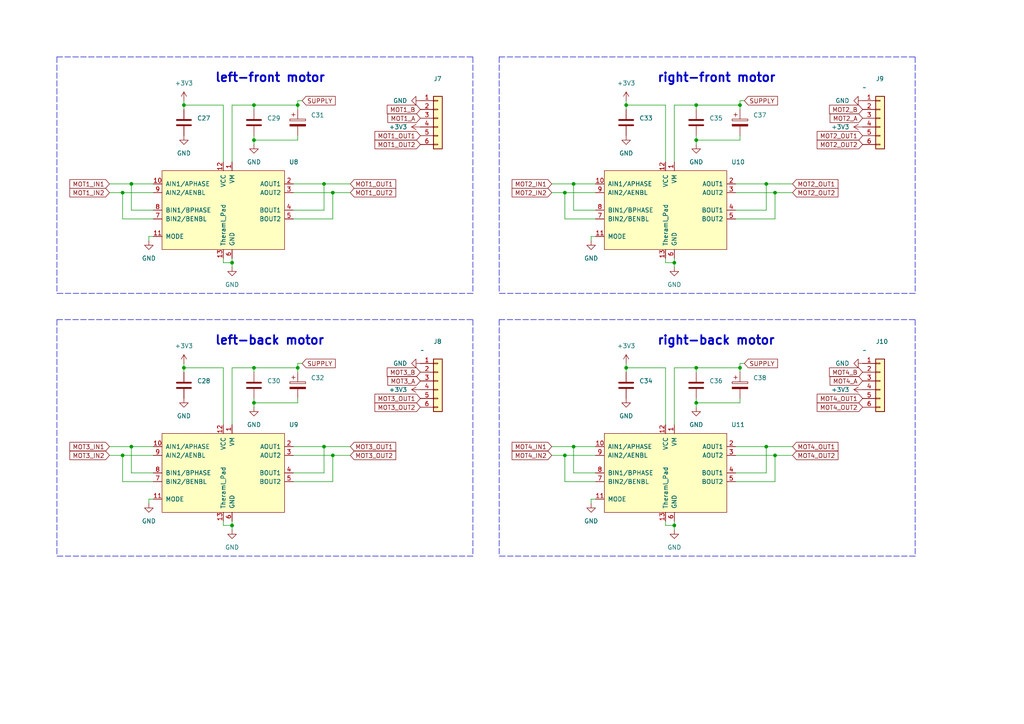
<source format=kicad_sch>
(kicad_sch (version 20211123) (generator eeschema)
  (paper "A4")
  (lib_symbols
    (symbol "Connector_Generic:Conn_01x06" (pin_names (offset 1.016) hide)
      (property "Reference" "J" (at 0 7.62 0))
      (property "Value" "Conn_01x06" (at 0 -10.16 0))
      (symbol "Conn_01x06_1_1"
        (rectangle (start -1.27 -7.493) (end 0 -7.747) (stroke (width 0.1524)))
        (rectangle (start -1.27 -4.953) (end 0 -5.207) (stroke (width 0.1524)))
        (rectangle (start -1.27 -2.413) (end 0 -2.667) (stroke (width 0.1524)))
        (rectangle (start -1.27 0.127) (end 0 -0.127) (stroke (width 0.1524)))
        (rectangle (start -1.27 2.667) (end 0 2.413) (stroke (width 0.1524)))
        (rectangle (start -1.27 5.207) (end 0 4.953) (stroke (width 0.1524)))
        (rectangle (start -1.27 6.35) (end 1.27 -8.89) (stroke (width 0.254)) (fill (type background)))
        (pin passive line (at -5.08 5.08 0) (length 3.81) (name "Pin_1") (number "1"))
        (pin passive line (at -5.08 2.54 0) (length 3.81) (name "Pin_2") (number "2"))
        (pin passive line (at -5.08 0 0) (length 3.81) (name "Pin_3") (number "3"))
        (pin passive line (at -5.08 -2.54 0) (length 3.81) (name "Pin_4") (number "4"))
        (pin passive line (at -5.08 -5.08 0) (length 3.81) (name "Pin_5") (number "5"))
        (pin passive line (at -5.08 -7.62 0) (length 3.81) (name "Pin_6") (number "6"))
      )
    )
    (symbol "Device:C" (pin_numbers hide) (pin_names (offset 0.254))
      (property "Reference" "C" (at 0.635 2.54 0))
      (property "Value" "C" (at 0.635 -2.54 0))
      (symbol "C_0_1"
        (polyline (pts (xy -2.032 -0.762) (xy 2.032 -0.762)) (stroke (width 0.508)))
        (polyline (pts (xy -2.032 0.762) (xy 2.032 0.762)) (stroke (width 0.508)))
      )
      (symbol "C_1_1"
        (pin passive line (at 0 3.81 270) (length 2.794) (name "~") (number "1"))
        (pin passive line (at 0 -3.81 90) (length 2.794) (name "~") (number "2"))
      )
    )
    (symbol "Device:C_Polarized" (pin_numbers hide) (pin_names (offset 0.254))
      (property "Reference" "C" (at 0.635 2.54 0))
      (property "Value" "C_Polarized" (at 0.635 -2.54 0))
      (symbol "C_Polarized_0_1"
        (rectangle (start -2.286 0.508) (end 2.286 1.016))
        (polyline (pts (xy -1.778 2.286) (xy -0.762 2.286)))
        (polyline (pts (xy -1.27 2.794) (xy -1.27 1.778)))
        (rectangle (start 2.286 -0.508) (end -2.286 -1.016) (fill (type outline)))
      )
      (symbol "C_Polarized_1_1"
        (pin passive line (at 0 3.81 270) (length 2.794) (name "~") (number "1"))
        (pin passive line (at 0 -3.81 90) (length 2.794) (name "~") (number "2"))
      )
    )
    (symbol "Sneak100:DRV8835" (pin_names (offset 1.016))
      (property "Reference" "U" (at 12.7 13.97 0))
      (property "Value" "DRV8835" (at 12.7 11.43 0))
      (symbol "DRV8835_1_1"
        (rectangle (start -19.05 8.89) (end 16.51 -13.97) (fill (type background)))
        (pin passive line (at 1.27 11.43 270) (length 2.54) (name "VM") (number "1"))
        (pin input line (at -21.59 5.08 0) (length 2.54) (name "AIN1/APHASE") (number "10"))
        (pin input line (at -21.59 -10.16 0) (length 2.54) (name "MODE") (number "11"))
        (pin passive line (at -1.27 11.43 270) (length 2.54) (name "VCC") (number "12"))
        (pin passive line (at -1.27 -16.51 90) (length 2.54) (name "Theraml_Pad") (number "13"))
        (pin output line (at 19.05 5.08 180) (length 2.54) (name "AOUT1") (number "2"))
        (pin output line (at 19.05 2.54 180) (length 2.54) (name "AOUT2") (number "3"))
        (pin output line (at 19.05 -2.54 180) (length 2.54) (name "BOUT1") (number "4"))
        (pin output line (at 19.05 -5.08 180) (length 2.54) (name "BOUT2") (number "5"))
        (pin passive line (at 1.27 -16.51 90) (length 2.54) (name "GND") (number "6"))
        (pin input line (at -21.59 -5.08 0) (length 2.54) (name "BIN2/BENBL") (number "7"))
        (pin input line (at -21.59 -2.54 0) (length 2.54) (name "BIN1/BPHASE") (number "8"))
        (pin input line (at -21.59 2.54 0) (length 2.54) (name "AIN2/AENBL") (number "9"))
      )
    )
    (symbol "power:+3.3V" (power) (pin_names (offset 0))
      (property "Value" "+3.3V" (at 0 3.556 0))
      (symbol "+3.3V_0_1"
        (polyline (pts (xy -0.762 1.27) (xy 0 2.54)))
        (polyline (pts (xy 0 0) (xy 0 2.54)))
        (polyline (pts (xy 0 2.54) (xy 0.762 1.27)))
      )
      (symbol "+3.3V_1_1"
        (pin power_in line (at 0 0 90) (length 0) hide (name "+3V3") (number "1"))
      )
    )
    (symbol "power:GND" (power) (pin_names (offset 0))
      (property "Value" "GND" (at 0 -3.81 0))
      (symbol "GND_0_1"
        (polyline (pts (xy 0 0) (xy 0 -1.27) (xy 1.27 -1.27) (xy 0 -2.54) (xy -1.27 -1.27) (xy 0 -1.27)))
      )
      (symbol "GND_1_1"
        (pin power_in line (at 0 0 270) (length 0) hide (name "GND") (number "1"))
      )
    )
  )
  (junction (at 195.58 76.2))
  (junction (at 93.98 129.54))
  (junction (at 96.52 55.88))
  (junction (at 214.63 30.48))
  (junction (at 214.63 106.68))
  (junction (at 35.56 55.88))
  (junction (at 163.83 132.08))
  (junction (at 86.36 30.48))
  (junction (at 67.31 76.2))
  (junction (at 38.1 129.54))
  (junction (at 195.58 152.4))
  (junction (at 201.93 116.84))
  (junction (at 201.93 40.64))
  (junction (at 96.52 132.08))
  (junction (at 73.66 40.64))
  (junction (at 53.34 106.68))
  (junction (at 86.36 106.68))
  (junction (at 201.93 30.48))
  (junction (at 53.34 30.48))
  (junction (at 73.66 116.84))
  (junction (at 222.25 129.54))
  (junction (at 38.1 53.34))
  (junction (at 224.79 55.88))
  (junction (at 181.61 106.68))
  (junction (at 166.37 53.34))
  (junction (at 201.93 106.68))
  (junction (at 222.25 53.34))
  (junction (at 166.37 129.54))
  (junction (at 73.66 106.68))
  (junction (at 73.66 30.48))
  (junction (at 224.79 132.08))
  (junction (at 181.61 30.48))
  (junction (at 163.83 55.88))
  (junction (at 93.98 53.34))
  (junction (at 35.56 132.08))
  (junction (at 67.31 152.4))
  (wire (pts (xy 214.63 31.75) (xy 214.63 30.48)))
  (wire (pts (xy 67.31 152.4) (xy 67.31 153.67)))
  (wire (pts (xy 85.09 55.88) (xy 96.52 55.88)))
  (wire (pts (xy 193.04 152.4) (xy 195.58 152.4)))
  (wire (pts (xy 96.52 63.5) (xy 96.52 55.88)))
  (wire (pts (xy 222.25 129.54) (xy 229.87 129.54)))
  (wire (pts (xy 73.66 39.37) (xy 73.66 40.64)))
  (wire (pts (xy 85.09 132.08) (xy 96.52 132.08)))
  (wire (pts (xy 181.61 30.48) (xy 181.61 31.75)))
  (wire (pts (xy 93.98 53.34) (xy 85.09 53.34)))
  (wire (pts (xy 160.02 55.88) (xy 163.83 55.88)))
  (wire (pts (xy 96.52 55.88) (xy 101.6 55.88)))
  (wire (pts (xy 201.93 106.68) (xy 195.58 106.68)))
  (wire (pts (xy 64.77 76.2) (xy 67.31 76.2)))
  (wire (pts (xy 64.77 106.68) (xy 53.34 106.68)))
  (wire (pts (xy 73.66 116.84) (xy 73.66 118.11)))
  (wire (pts (xy 38.1 60.96) (xy 38.1 53.34)))
  (wire (pts (xy 73.66 106.68) (xy 67.31 106.68)))
  (wire (pts (xy 73.66 106.68) (xy 73.66 107.95)))
  (wire (pts (xy 31.75 55.88) (xy 35.56 55.88)))
  (wire (pts (xy 64.77 74.93) (xy 64.77 76.2)))
  (wire (pts (xy 214.63 107.95) (xy 214.63 106.68)))
  (wire (pts (xy 213.36 137.16) (xy 222.25 137.16)))
  (wire (pts (xy 43.18 144.78) (xy 44.45 144.78)))
  (wire (pts (xy 181.61 105.41) (xy 181.61 106.68)))
  (wire (pts (xy 195.58 74.93) (xy 195.58 76.2)))
  (wire (pts (xy 214.63 105.41) (xy 214.63 106.68)))
  (wire (pts (xy 43.18 146.05) (xy 43.18 144.78)))
  (wire (pts (xy 93.98 60.96) (xy 93.98 53.34)))
  (polyline (pts (xy 265.43 161.29) (xy 144.78 161.29)))
  (wire (pts (xy 195.58 151.13) (xy 195.58 152.4)))
  (wire (pts (xy 73.66 30.48) (xy 73.66 31.75)))
  (wire (pts (xy 67.31 151.13) (xy 67.31 152.4)))
  (wire (pts (xy 35.56 55.88) (xy 44.45 55.88)))
  (wire (pts (xy 67.31 74.93) (xy 67.31 76.2)))
  (wire (pts (xy 73.66 115.57) (xy 73.66 116.84)))
  (wire (pts (xy 171.45 146.05) (xy 171.45 144.78)))
  (wire (pts (xy 214.63 29.21) (xy 214.63 30.48)))
  (wire (pts (xy 201.93 30.48) (xy 201.93 31.75)))
  (wire (pts (xy 193.04 106.68) (xy 181.61 106.68)))
  (polyline (pts (xy 137.16 161.29) (xy 16.51 161.29)))
  (wire (pts (xy 195.58 152.4) (xy 195.58 153.67)))
  (polyline (pts (xy 144.78 16.51) (xy 144.78 85.09)))
  (wire (pts (xy 222.25 53.34) (xy 213.36 53.34)))
  (polyline (pts (xy 144.78 92.71) (xy 265.43 92.71)))
  (wire (pts (xy 172.72 137.16) (xy 166.37 137.16)))
  (wire (pts (xy 64.77 151.13) (xy 64.77 152.4)))
  (wire (pts (xy 67.31 106.68) (xy 67.31 123.19)))
  (wire (pts (xy 85.09 137.16) (xy 93.98 137.16)))
  (wire (pts (xy 193.04 30.48) (xy 181.61 30.48)))
  (wire (pts (xy 172.72 60.96) (xy 166.37 60.96)))
  (wire (pts (xy 195.58 30.48) (xy 195.58 46.99)))
  (polyline (pts (xy 144.78 92.71) (xy 144.78 161.29)))
  (wire (pts (xy 171.45 69.85) (xy 171.45 68.58)))
  (wire (pts (xy 93.98 53.34) (xy 101.6 53.34)))
  (polyline (pts (xy 16.51 16.51) (xy 16.51 85.09)))
  (wire (pts (xy 222.25 137.16) (xy 222.25 129.54)))
  (polyline (pts (xy 16.51 92.71) (xy 16.51 161.29)))
  (wire (pts (xy 224.79 132.08) (xy 229.87 132.08)))
  (polyline (pts (xy 265.43 16.51) (xy 265.43 85.09)))
  (wire (pts (xy 93.98 137.16) (xy 93.98 129.54)))
  (polyline (pts (xy 16.51 92.71) (xy 137.16 92.71)))
  (wire (pts (xy 160.02 129.54) (xy 166.37 129.54)))
  (wire (pts (xy 160.02 132.08) (xy 163.83 132.08)))
  (wire (pts (xy 85.09 63.5) (xy 96.52 63.5)))
  (wire (pts (xy 224.79 55.88) (xy 229.87 55.88)))
  (wire (pts (xy 93.98 129.54) (xy 101.6 129.54)))
  (wire (pts (xy 67.31 30.48) (xy 67.31 46.99)))
  (wire (pts (xy 31.75 129.54) (xy 38.1 129.54)))
  (wire (pts (xy 166.37 53.34) (xy 172.72 53.34)))
  (wire (pts (xy 193.04 76.2) (xy 195.58 76.2)))
  (wire (pts (xy 213.36 60.96) (xy 222.25 60.96)))
  (wire (pts (xy 86.36 105.41) (xy 87.63 105.41)))
  (wire (pts (xy 166.37 129.54) (xy 172.72 129.54)))
  (wire (pts (xy 214.63 40.64) (xy 201.93 40.64)))
  (wire (pts (xy 96.52 132.08) (xy 101.6 132.08)))
  (wire (pts (xy 31.75 53.34) (xy 38.1 53.34)))
  (wire (pts (xy 53.34 105.41) (xy 53.34 106.68)))
  (wire (pts (xy 222.25 129.54) (xy 213.36 129.54)))
  (wire (pts (xy 193.04 74.93) (xy 193.04 76.2)))
  (wire (pts (xy 31.75 132.08) (xy 35.56 132.08)))
  (wire (pts (xy 222.25 53.34) (xy 229.87 53.34)))
  (wire (pts (xy 85.09 60.96) (xy 93.98 60.96)))
  (wire (pts (xy 53.34 30.48) (xy 53.34 31.75)))
  (wire (pts (xy 163.83 63.5) (xy 163.83 55.88)))
  (polyline (pts (xy 137.16 92.71) (xy 137.16 161.29)))
  (wire (pts (xy 193.04 30.48) (xy 193.04 46.99)))
  (wire (pts (xy 44.45 139.7) (xy 35.56 139.7)))
  (polyline (pts (xy 265.43 92.71) (xy 265.43 161.29)))
  (wire (pts (xy 160.02 53.34) (xy 166.37 53.34)))
  (wire (pts (xy 53.34 106.68) (xy 53.34 107.95)))
  (wire (pts (xy 224.79 139.7) (xy 224.79 132.08)))
  (wire (pts (xy 214.63 105.41) (xy 215.9 105.41)))
  (wire (pts (xy 73.66 30.48) (xy 67.31 30.48)))
  (wire (pts (xy 86.36 105.41) (xy 86.36 106.68)))
  (wire (pts (xy 38.1 53.34) (xy 44.45 53.34)))
  (wire (pts (xy 86.36 106.68) (xy 73.66 106.68)))
  (wire (pts (xy 201.93 116.84) (xy 201.93 118.11)))
  (wire (pts (xy 214.63 116.84) (xy 201.93 116.84)))
  (polyline (pts (xy 137.16 85.09) (xy 16.51 85.09)))
  (wire (pts (xy 201.93 40.64) (xy 201.93 41.91)))
  (wire (pts (xy 67.31 76.2) (xy 67.31 77.47)))
  (wire (pts (xy 38.1 129.54) (xy 44.45 129.54)))
  (wire (pts (xy 195.58 76.2) (xy 195.58 77.47)))
  (wire (pts (xy 86.36 40.64) (xy 73.66 40.64)))
  (wire (pts (xy 35.56 63.5) (xy 35.56 55.88)))
  (wire (pts (xy 201.93 30.48) (xy 195.58 30.48)))
  (wire (pts (xy 171.45 144.78) (xy 172.72 144.78)))
  (wire (pts (xy 201.93 106.68) (xy 201.93 107.95)))
  (wire (pts (xy 35.56 139.7) (xy 35.56 132.08)))
  (wire (pts (xy 172.72 139.7) (xy 163.83 139.7)))
  (polyline (pts (xy 265.43 85.09) (xy 144.78 85.09)))
  (wire (pts (xy 44.45 60.96) (xy 38.1 60.96)))
  (wire (pts (xy 86.36 31.75) (xy 86.36 30.48)))
  (wire (pts (xy 214.63 30.48) (xy 201.93 30.48)))
  (wire (pts (xy 86.36 107.95) (xy 86.36 106.68)))
  (wire (pts (xy 43.18 69.85) (xy 43.18 68.58)))
  (wire (pts (xy 195.58 106.68) (xy 195.58 123.19)))
  (wire (pts (xy 64.77 30.48) (xy 53.34 30.48)))
  (wire (pts (xy 43.18 68.58) (xy 44.45 68.58)))
  (wire (pts (xy 214.63 115.57) (xy 214.63 116.84)))
  (polyline (pts (xy 137.16 16.51) (xy 137.16 85.09)))
  (wire (pts (xy 44.45 137.16) (xy 38.1 137.16)))
  (wire (pts (xy 193.04 151.13) (xy 193.04 152.4)))
  (wire (pts (xy 64.77 30.48) (xy 64.77 46.99)))
  (wire (pts (xy 35.56 132.08) (xy 44.45 132.08)))
  (wire (pts (xy 213.36 55.88) (xy 224.79 55.88)))
  (wire (pts (xy 172.72 63.5) (xy 163.83 63.5)))
  (wire (pts (xy 193.04 106.68) (xy 193.04 123.19)))
  (wire (pts (xy 213.36 132.08) (xy 224.79 132.08)))
  (wire (pts (xy 201.93 115.57) (xy 201.93 116.84)))
  (wire (pts (xy 166.37 137.16) (xy 166.37 129.54)))
  (wire (pts (xy 201.93 39.37) (xy 201.93 40.64)))
  (wire (pts (xy 73.66 40.64) (xy 73.66 41.91)))
  (wire (pts (xy 93.98 129.54) (xy 85.09 129.54)))
  (wire (pts (xy 166.37 60.96) (xy 166.37 53.34)))
  (wire (pts (xy 53.34 29.21) (xy 53.34 30.48)))
  (wire (pts (xy 86.36 116.84) (xy 73.66 116.84)))
  (polyline (pts (xy 144.78 16.51) (xy 265.43 16.51)))
  (wire (pts (xy 222.25 60.96) (xy 222.25 53.34)))
  (wire (pts (xy 163.83 139.7) (xy 163.83 132.08)))
  (wire (pts (xy 214.63 29.21) (xy 215.9 29.21)))
  (wire (pts (xy 86.36 39.37) (xy 86.36 40.64)))
  (wire (pts (xy 181.61 106.68) (xy 181.61 107.95)))
  (polyline (pts (xy 16.51 16.51) (xy 137.16 16.51)))
  (wire (pts (xy 213.36 63.5) (xy 224.79 63.5)))
  (wire (pts (xy 214.63 106.68) (xy 201.93 106.68)))
  (wire (pts (xy 224.79 63.5) (xy 224.79 55.88)))
  (wire (pts (xy 64.77 106.68) (xy 64.77 123.19)))
  (wire (pts (xy 96.52 139.7) (xy 96.52 132.08)))
  (wire (pts (xy 85.09 139.7) (xy 96.52 139.7)))
  (wire (pts (xy 86.36 29.21) (xy 86.36 30.48)))
  (wire (pts (xy 181.61 29.21) (xy 181.61 30.48)))
  (wire (pts (xy 214.63 39.37) (xy 214.63 40.64)))
  (wire (pts (xy 171.45 68.58) (xy 172.72 68.58)))
  (wire (pts (xy 213.36 139.7) (xy 224.79 139.7)))
  (wire (pts (xy 38.1 137.16) (xy 38.1 129.54)))
  (wire (pts (xy 86.36 30.48) (xy 73.66 30.48)))
  (wire (pts (xy 163.83 132.08) (xy 172.72 132.08)))
  (wire (pts (xy 163.83 55.88) (xy 172.72 55.88)))
  (wire (pts (xy 86.36 115.57) (xy 86.36 116.84)))
  (wire (pts (xy 44.45 63.5) (xy 35.56 63.5)))
  (wire (pts (xy 86.36 29.21) (xy 87.63 29.21)))
  (wire (pts (xy 64.77 152.4) (xy 67.31 152.4)))
  (text "left-back motor" (at 62.23 100.33 0) (effects (font (size 2.54 2.54) (thickness 0.508) bold) (justify left bottom)))
  (text "right-front motor" (at 190.5 24.13 0) (effects (font (size 2.54 2.54) (thickness 0.508) bold) (justify left bottom)))
  (text "right-back motor" (at 190.5 100.33 0) (effects (font (size 2.54 2.54) (thickness 0.508) bold) (justify left bottom)))
  (text "left-front motor" (at 62.23 24.13 0) (effects (font (size 2.54 2.54) (thickness 0.508) bold) (justify left bottom)))
  (global_label "SUPPLY" (shape input) (at 87.63 105.41 0) (property "Intersheet References" "${INTERSHEET_REFS}" (effects hide)))
  (global_label "MOT3_OUT2" (shape input) (at 101.6 132.08 0) (property "Intersheet References" "${INTERSHEET_REFS}" (effects hide)))
  (global_label "MOT2_A" (shape input) (at 250.19 34.29 180) (property "Intersheet References" "${INTERSHEET_REFS}" (effects hide)))
  (global_label "MOT3_IN1" (shape input) (at 31.75 129.54 180) (property "Intersheet References" "${INTERSHEET_REFS}" (effects hide)))
  (global_label "MOT3_OUT1" (shape input) (at 101.6 129.54 0) (property "Intersheet References" "${INTERSHEET_REFS}" (effects hide)))
  (global_label "MOT2_IN1" (shape input) (at 160.02 53.34 180) (property "Intersheet References" "${INTERSHEET_REFS}" (effects hide)))
  (global_label "MOT1_IN2" (shape input) (at 31.75 55.88 180) (property "Intersheet References" "${INTERSHEET_REFS}" (effects hide)))
  (global_label "MOT4_OUT2" (shape input) (at 229.87 132.08 0) (property "Intersheet References" "${INTERSHEET_REFS}" (effects hide)))
  (global_label "SUPPLY" (shape input) (at 87.63 29.21 0) (property "Intersheet References" "${INTERSHEET_REFS}" (effects hide)))
  (global_label "MOT2_OUT2" (shape input) (at 250.19 41.91 180) (property "Intersheet References" "${INTERSHEET_REFS}" (effects hide)))
  (global_label "MOT2_OUT1" (shape input) (at 250.19 39.37 180) (property "Intersheet References" "${INTERSHEET_REFS}" (effects hide)))
  (global_label "MOT2_B" (shape input) (at 250.19 31.75 180) (property "Intersheet References" "${INTERSHEET_REFS}" (effects hide)))
  (global_label "MOT4_OUT2" (shape input) (at 250.19 118.11 180) (property "Intersheet References" "${INTERSHEET_REFS}" (effects hide)))
  (global_label "MOT4_OUT1" (shape input) (at 250.19 115.57 180) (property "Intersheet References" "${INTERSHEET_REFS}" (effects hide)))
  (global_label "SUPPLY" (shape input) (at 215.9 105.41 0) (property "Intersheet References" "${INTERSHEET_REFS}" (effects hide)))
  (global_label "MOT3_OUT2" (shape input) (at 121.92 118.11 180) (property "Intersheet References" "${INTERSHEET_REFS}" (effects hide)))
  (global_label "MOT4_A" (shape input) (at 250.19 110.49 180) (property "Intersheet References" "${INTERSHEET_REFS}" (effects hide)))
  (global_label "MOT3_A" (shape input) (at 121.92 110.49 180) (property "Intersheet References" "${INTERSHEET_REFS}" (effects hide)))
  (global_label "MOT1_IN1" (shape input) (at 31.75 53.34 180) (property "Intersheet References" "${INTERSHEET_REFS}" (effects hide)))
  (global_label "SUPPLY" (shape input) (at 215.9 29.21 0) (property "Intersheet References" "${INTERSHEET_REFS}" (effects hide)))
  (global_label "MOT4_B" (shape input) (at 250.19 107.95 180) (property "Intersheet References" "${INTERSHEET_REFS}" (effects hide)))
  (global_label "MOT2_OUT2" (shape input) (at 229.87 55.88 0) (property "Intersheet References" "${INTERSHEET_REFS}" (effects hide)))
  (global_label "MOT4_IN1" (shape input) (at 160.02 129.54 180) (property "Intersheet References" "${INTERSHEET_REFS}" (effects hide)))
  (global_label "MOT4_OUT1" (shape input) (at 229.87 129.54 0) (property "Intersheet References" "${INTERSHEET_REFS}" (effects hide)))
  (global_label "MOT1_OUT2" (shape input) (at 101.6 55.88 0) (property "Intersheet References" "${INTERSHEET_REFS}" (effects hide)))
  (global_label "MOT3_IN2" (shape input) (at 31.75 132.08 180) (property "Intersheet References" "${INTERSHEET_REFS}" (effects hide)))
  (global_label "MOT3_B" (shape input) (at 121.92 107.95 180) (property "Intersheet References" "${INTERSHEET_REFS}" (effects hide)))
  (global_label "MOT2_IN2" (shape input) (at 160.02 55.88 180) (property "Intersheet References" "${INTERSHEET_REFS}" (effects hide)))
  (global_label "MOT1_A" (shape input) (at 121.92 34.29 180) (property "Intersheet References" "${INTERSHEET_REFS}" (effects hide)))
  (global_label "MOT2_OUT1" (shape input) (at 229.87 53.34 0) (property "Intersheet References" "${INTERSHEET_REFS}" (effects hide)))
  (global_label "MOT1_OUT2" (shape input) (at 121.92 41.91 180) (property "Intersheet References" "${INTERSHEET_REFS}" (effects hide)))
  (global_label "MOT1_OUT1" (shape input) (at 121.92 39.37 180) (property "Intersheet References" "${INTERSHEET_REFS}" (effects hide)))
  (global_label "MOT1_OUT1" (shape input) (at 101.6 53.34 0) (property "Intersheet References" "${INTERSHEET_REFS}" (effects hide)))
  (global_label "MOT4_IN2" (shape input) (at 160.02 132.08 180) (property "Intersheet References" "${INTERSHEET_REFS}" (effects hide)))
  (global_label "MOT3_OUT1" (shape input) (at 121.92 115.57 180) (property "Intersheet References" "${INTERSHEET_REFS}" (effects hide)))
  (global_label "MOT1_B" (shape input) (at 121.92 31.75 180) (property "Intersheet References" "${INTERSHEET_REFS}" (effects hide)))
  (symbol (lib_id "power:GND") (at 43.18 146.05 0) (unit 1)
    (property "Reference" "#PWR0170" (effects hide))
  )
  (symbol (lib_id "Device:C") (at 53.34 35.56 0) (unit 1)
    (property "Reference" "C27" (at 57.15 34.2899 0) (effects (justify left)))
  )
  (symbol (lib_id "Device:C_Polarized") (at 86.36 111.76 0) (unit 1)
    (property "Reference" "C32" (at 90.17 109.6009 0) (effects (justify left)))
  )
  (symbol (lib_id "power:+3.3V") (at 53.34 29.21 0) (unit 1)
    (property "Reference" "#PWR0168" (effects hide))
  )
  (symbol (lib_id "power:GND") (at 53.34 39.37 0) (unit 1)
    (property "Reference" "#PWR0167" (effects hide))
  )
  (symbol (lib_id "power:GND") (at 201.93 41.91 0) (unit 1)
    (property "Reference" "#PWR0188" (effects hide))
  )
  (symbol (lib_id "Connector_Generic:Conn_01x06") (at 127 34.29 0) (unit 1)
    (property "Reference" "J7" (at 125.73 22.86 0) (effects (justify left)))
  )
  (symbol (lib_id "power:+3.3V") (at 121.92 113.03 90) (unit 1)
    (property "Reference" "#PWR0178" (effects hide))
  )
  (symbol (lib_id "power:+3.3V") (at 121.92 36.83 90) (unit 1)
    (property "Reference" "#PWR0172" (effects hide))
  )
  (symbol (lib_id "power:GND") (at 171.45 69.85 0) (unit 1)
    (property "Reference" "#PWR0190" (effects hide))
  )
  (symbol (lib_id "Device:C") (at 73.66 111.76 0) (unit 1)
    (property "Reference" "C30" (at 77.47 110.4899 0) (effects (justify left)))
  )
  (symbol (lib_id "Sneak100:DRV8835") (at 194.31 58.42 0) (unit 1)
    (property "Reference" "U10" (at 212.09 46.99 0) (effects (justify left)))
  )
  (symbol (lib_id "power:GND") (at 195.58 77.47 0) (unit 1)
    (property "Reference" "#PWR0191" (effects hide))
  )
  (symbol (lib_id "Device:C_Polarized") (at 86.36 35.56 0) (unit 1)
    (property "Reference" "C31" (at 90.17 33.4009 0) (effects (justify left)))
  )
  (symbol (lib_id "power:+3.3V") (at 181.61 105.41 0) (unit 1)
    (property "Reference" "#PWR0192" (effects hide))
  )
  (symbol (lib_id "Device:C") (at 181.61 111.76 0) (unit 1)
    (property "Reference" "C34" (at 185.42 110.4899 0) (effects (justify left)))
  )
  (symbol (lib_id "power:GND") (at 121.92 29.21 270) (unit 1)
    (property "Reference" "#PWR0171" (effects hide))
  )
  (symbol (lib_id "Connector_Generic:Conn_01x06") (at 127 110.49 0) (unit 1)
    (property "Reference" "J8" (at 125.73 99.06 0) (effects (justify left)))
    (property "Value" "~" (at 121.92 101.6 0) (effects (justify left)))
  )
  (symbol (lib_id "Sneak100:DRV8835") (at 66.04 134.62 0) (unit 1)
    (property "Reference" "U9" (at 83.82 123.19 0) (effects (justify left)))
  )
  (symbol (lib_id "power:GND") (at 201.93 118.11 0) (unit 1)
    (property "Reference" "#PWR0183" (effects hide))
  )
  (symbol (lib_id "Device:C") (at 53.34 111.76 0) (unit 1)
    (property "Reference" "C28" (at 57.15 110.4899 0) (effects (justify left)))
  )
  (symbol (lib_id "power:+3.3V") (at 250.19 36.83 90) (unit 1)
    (property "Reference" "#PWR0186" (effects hide))
  )
  (symbol (lib_id "power:GND") (at 195.58 153.67 0) (unit 1)
    (property "Reference" "#PWR0181" (effects hide))
  )
  (symbol (lib_id "power:GND") (at 250.19 105.41 270) (unit 1)
    (property "Reference" "#PWR0193" (effects hide))
  )
  (symbol (lib_id "power:+3.3V") (at 250.19 113.03 90) (unit 1)
    (property "Reference" "#PWR0194" (effects hide))
  )
  (symbol (lib_id "power:GND") (at 73.66 41.91 0) (unit 1)
    (property "Reference" "#PWR0169" (effects hide))
  )
  (symbol (lib_id "power:GND") (at 121.92 105.41 270) (unit 1)
    (property "Reference" "#PWR0177" (effects hide))
  )
  (symbol (lib_id "power:GND") (at 73.66 118.11 0) (unit 1)
    (property "Reference" "#PWR0176" (effects hide))
  )
  (symbol (lib_id "power:GND") (at 53.34 115.57 0) (unit 1)
    (property "Reference" "#PWR0175" (effects hide))
  )
  (symbol (lib_id "Sneak100:DRV8835") (at 66.04 58.42 0) (unit 1)
    (property "Reference" "U8" (at 83.82 46.99 0) (effects (justify left)))
  )
  (symbol (lib_id "Device:C") (at 73.66 35.56 0) (unit 1)
    (property "Reference" "C29" (at 77.47 34.2899 0) (effects (justify left)))
  )
  (symbol (lib_id "power:GND") (at 171.45 146.05 0) (unit 1)
    (property "Reference" "#PWR0182" (effects hide))
  )
  (symbol (lib_id "Device:C") (at 201.93 111.76 0) (unit 1)
    (property "Reference" "C36" (at 205.74 110.4899 0) (effects (justify left)))
  )
  (symbol (lib_id "Device:C_Polarized") (at 214.63 111.76 0) (unit 1)
    (property "Reference" "C38" (at 218.44 109.6009 0) (effects (justify left)))
  )
  (symbol (lib_id "power:GND") (at 67.31 77.47 0) (unit 1)
    (property "Reference" "#PWR0174" (effects hide))
  )
  (symbol (lib_id "power:GND") (at 250.19 29.21 270) (unit 1)
    (property "Reference" "#PWR0187" (effects hide))
  )
  (symbol (lib_id "power:GND") (at 43.18 69.85 0) (unit 1)
    (property "Reference" "#PWR0173" (effects hide))
  )
  (symbol (lib_id "Device:C") (at 181.61 35.56 0) (unit 1)
    (property "Reference" "C33" (at 185.42 34.2899 0) (effects (justify left)))
  )
  (symbol (lib_id "power:GND") (at 181.61 115.57 0) (unit 1)
    (property "Reference" "#PWR0189" (effects hide))
  )
  (symbol (lib_id "power:+3.3V") (at 53.34 105.41 0) (unit 1)
    (property "Reference" "#PWR0180" (effects hide))
  )
  (symbol (lib_id "power:+3.3V") (at 181.61 29.21 0) (unit 1)
    (property "Reference" "#PWR0184" (effects hide))
  )
  (symbol (lib_id "Connector_Generic:Conn_01x06") (at 255.27 34.29 0) (unit 1)
    (property "Reference" "J9" (at 254 22.86 0) (effects (justify left)))
    (property "Value" "~" (at 250.19 25.4 0) (effects (justify left)))
  )
  (symbol (lib_id "Device:C") (at 201.93 35.56 0) (unit 1)
    (property "Reference" "C35" (at 205.74 34.2899 0) (effects (justify left)))
  )
  (symbol (lib_id "power:GND") (at 181.61 39.37 0) (unit 1)
    (property "Reference" "#PWR0185" (effects hide))
  )
  (symbol (lib_id "power:GND") (at 67.31 153.67 0) (unit 1)
    (property "Reference" "#PWR0179" (effects hide))
  )
  (symbol (lib_id "Sneak100:DRV8835") (at 194.31 134.62 0) (unit 1)
    (property "Reference" "U11" (at 212.09 123.19 0) (effects (justify left)))
  )
  (symbol (lib_id "Connector_Generic:Conn_01x06") (at 255.27 110.49 0) (unit 1)
    (property "Reference" "J10" (at 254 99.06 0) (effects (justify left)))
    (property "Value" "~" (at 250.19 101.6 0) (effects (justify left)))
  )
  (symbol (lib_id "Device:C_Polarized") (at 214.63 35.56 0) (unit 1)
    (property "Reference" "C37" (at 218.44 33.4009 0) (effects (justify left)))
  )
)
</source>
